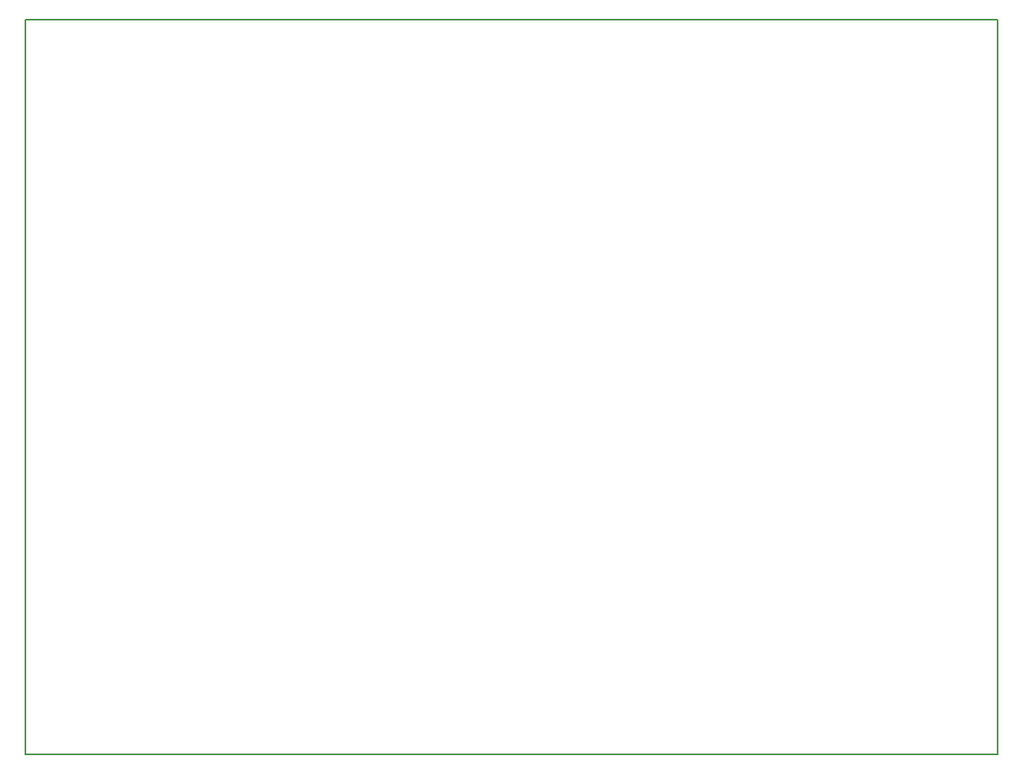
<source format=gbr>
%TF.GenerationSoftware,KiCad,Pcbnew,8.0.1-8.0.1-0~ubuntu23.10.1*%
%TF.CreationDate,2024-04-17T16:38:59-04:00*%
%TF.ProjectId,Bitstream_Evolution_Filterboard,42697473-7472-4656-916d-5f45766f6c75,rev?*%
%TF.SameCoordinates,Original*%
%TF.FileFunction,Profile,NP*%
%FSLAX46Y46*%
G04 Gerber Fmt 4.6, Leading zero omitted, Abs format (unit mm)*
G04 Created by KiCad (PCBNEW 8.0.1-8.0.1-0~ubuntu23.10.1) date 2024-04-17 16:38:59*
%MOMM*%
%LPD*%
G01*
G04 APERTURE LIST*
%TA.AperFunction,Profile*%
%ADD10C,0.200000*%
%TD*%
G04 APERTURE END LIST*
D10*
X60500000Y-68190000D02*
X161000000Y-68190000D01*
X161000000Y-144190000D01*
X60500000Y-144190000D01*
X60500000Y-68190000D01*
M02*

</source>
